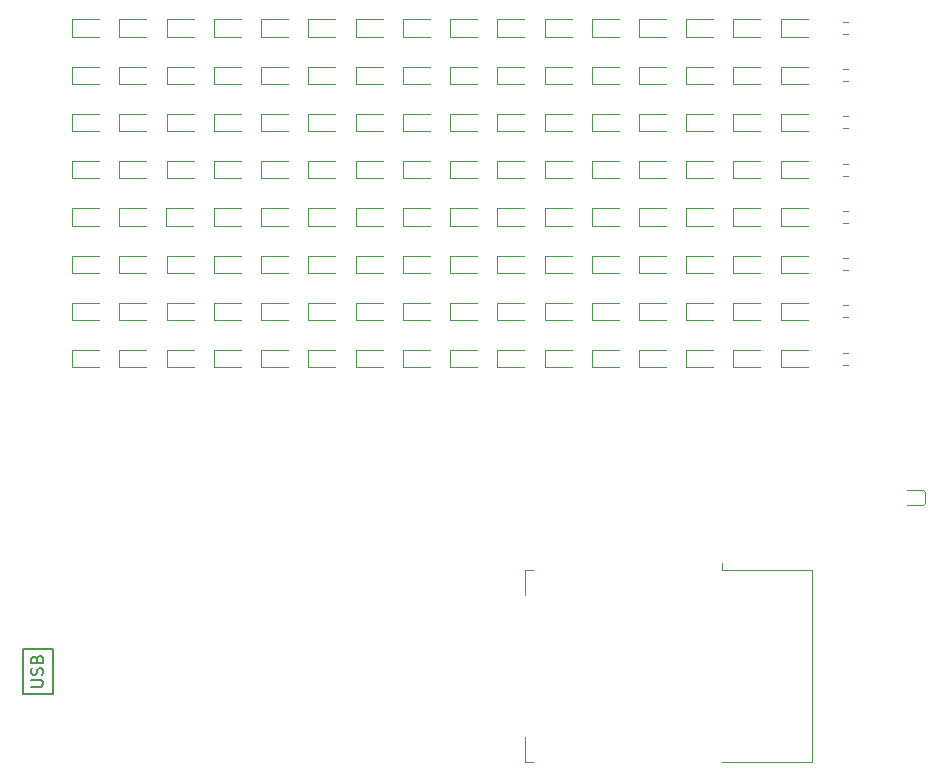
<source format=gto>
G04 #@! TF.GenerationSoftware,KiCad,Pcbnew,(5.1.6)-1*
G04 #@! TF.CreationDate,2021-05-09T16:16:57+05:30*
G04 #@! TF.ProjectId,keychain,6b657963-6861-4696-9e2e-6b696361645f,rev?*
G04 #@! TF.SameCoordinates,Original*
G04 #@! TF.FileFunction,Legend,Top*
G04 #@! TF.FilePolarity,Positive*
%FSLAX46Y46*%
G04 Gerber Fmt 4.6, Leading zero omitted, Abs format (unit mm)*
G04 Created by KiCad (PCBNEW (5.1.6)-1) date 2021-05-09 16:16:57*
%MOMM*%
%LPD*%
G01*
G04 APERTURE LIST*
%ADD10C,0.120000*%
%ADD11C,0.150000*%
G04 APERTURE END LIST*
D10*
X126520000Y-151100000D02*
X125230000Y-151100000D01*
X126730000Y-152200000D02*
X126730000Y-151300000D01*
X125230000Y-152400000D02*
X126520000Y-152400000D01*
X126520000Y-151100000D02*
X126730000Y-151300000D01*
X126520000Y-152400000D02*
X126730000Y-152200000D01*
D11*
X50400000Y-168400000D02*
X50400000Y-164700000D01*
X52900000Y-168400000D02*
X50400000Y-168400000D01*
X52900000Y-164600000D02*
X52900000Y-168400000D01*
X50400000Y-164600000D02*
X52900000Y-164600000D01*
D10*
X117120000Y-157880000D02*
X117120000Y-174120000D01*
X117120000Y-174120000D02*
X109500000Y-174120000D01*
X93500000Y-174120000D02*
X92880000Y-174120000D01*
X92880000Y-174120000D02*
X92880000Y-172000000D01*
X92880000Y-160000000D02*
X92880000Y-157880000D01*
X92880000Y-157880000D02*
X93500000Y-157880000D01*
X109500000Y-157880000D02*
X117120000Y-157880000D01*
X109500000Y-157880000D02*
X109500000Y-157270000D01*
X54515000Y-112735000D02*
X56800000Y-112735000D01*
X54515000Y-111265000D02*
X54515000Y-112735000D01*
X56800000Y-111265000D02*
X54515000Y-111265000D01*
X120171267Y-139490000D02*
X119828733Y-139490000D01*
X120171267Y-140510000D02*
X119828733Y-140510000D01*
X120171267Y-135490000D02*
X119828733Y-135490000D01*
X120171267Y-136510000D02*
X119828733Y-136510000D01*
X120171267Y-131490000D02*
X119828733Y-131490000D01*
X120171267Y-132510000D02*
X119828733Y-132510000D01*
X120171267Y-127490000D02*
X119828733Y-127490000D01*
X120171267Y-128510000D02*
X119828733Y-128510000D01*
X120171267Y-123490000D02*
X119828733Y-123490000D01*
X120171267Y-124510000D02*
X119828733Y-124510000D01*
X120171267Y-119490000D02*
X119828733Y-119490000D01*
X120171267Y-120510000D02*
X119828733Y-120510000D01*
X120171267Y-116510000D02*
X119828733Y-116510000D01*
X120171267Y-115490000D02*
X119828733Y-115490000D01*
X120171267Y-112510000D02*
X119828733Y-112510000D01*
X120171267Y-111490000D02*
X119828733Y-111490000D01*
X116800000Y-139265000D02*
X114515000Y-139265000D01*
X114515000Y-139265000D02*
X114515000Y-140735000D01*
X114515000Y-140735000D02*
X116800000Y-140735000D01*
X116800000Y-135265000D02*
X114515000Y-135265000D01*
X114515000Y-135265000D02*
X114515000Y-136735000D01*
X114515000Y-136735000D02*
X116800000Y-136735000D01*
X116800000Y-131265000D02*
X114515000Y-131265000D01*
X114515000Y-131265000D02*
X114515000Y-132735000D01*
X114515000Y-132735000D02*
X116800000Y-132735000D01*
X116800000Y-127265000D02*
X114515000Y-127265000D01*
X114515000Y-127265000D02*
X114515000Y-128735000D01*
X114515000Y-128735000D02*
X116800000Y-128735000D01*
X116800000Y-123265000D02*
X114515000Y-123265000D01*
X114515000Y-123265000D02*
X114515000Y-124735000D01*
X114515000Y-124735000D02*
X116800000Y-124735000D01*
X116800000Y-119265000D02*
X114515000Y-119265000D01*
X114515000Y-119265000D02*
X114515000Y-120735000D01*
X114515000Y-120735000D02*
X116800000Y-120735000D01*
X114515000Y-116735000D02*
X116800000Y-116735000D01*
X114515000Y-115265000D02*
X114515000Y-116735000D01*
X116800000Y-115265000D02*
X114515000Y-115265000D01*
X116800000Y-111265000D02*
X114515000Y-111265000D01*
X114515000Y-111265000D02*
X114515000Y-112735000D01*
X114515000Y-112735000D02*
X116800000Y-112735000D01*
X112800000Y-139265000D02*
X110515000Y-139265000D01*
X110515000Y-139265000D02*
X110515000Y-140735000D01*
X110515000Y-140735000D02*
X112800000Y-140735000D01*
X112800000Y-135265000D02*
X110515000Y-135265000D01*
X110515000Y-135265000D02*
X110515000Y-136735000D01*
X110515000Y-136735000D02*
X112800000Y-136735000D01*
X112800000Y-131265000D02*
X110515000Y-131265000D01*
X110515000Y-131265000D02*
X110515000Y-132735000D01*
X110515000Y-132735000D02*
X112800000Y-132735000D01*
X112800000Y-127265000D02*
X110515000Y-127265000D01*
X110515000Y-127265000D02*
X110515000Y-128735000D01*
X110515000Y-128735000D02*
X112800000Y-128735000D01*
X112800000Y-123265000D02*
X110515000Y-123265000D01*
X110515000Y-123265000D02*
X110515000Y-124735000D01*
X110515000Y-124735000D02*
X112800000Y-124735000D01*
X112800000Y-119265000D02*
X110515000Y-119265000D01*
X110515000Y-119265000D02*
X110515000Y-120735000D01*
X110515000Y-120735000D02*
X112800000Y-120735000D01*
X110515000Y-116735000D02*
X112800000Y-116735000D01*
X110515000Y-115265000D02*
X110515000Y-116735000D01*
X112800000Y-115265000D02*
X110515000Y-115265000D01*
X112800000Y-111265000D02*
X110515000Y-111265000D01*
X110515000Y-111265000D02*
X110515000Y-112735000D01*
X110515000Y-112735000D02*
X112800000Y-112735000D01*
X108800000Y-139265000D02*
X106515000Y-139265000D01*
X106515000Y-139265000D02*
X106515000Y-140735000D01*
X106515000Y-140735000D02*
X108800000Y-140735000D01*
X108800000Y-135265000D02*
X106515000Y-135265000D01*
X106515000Y-135265000D02*
X106515000Y-136735000D01*
X106515000Y-136735000D02*
X108800000Y-136735000D01*
X108800000Y-131265000D02*
X106515000Y-131265000D01*
X106515000Y-131265000D02*
X106515000Y-132735000D01*
X106515000Y-132735000D02*
X108800000Y-132735000D01*
X108800000Y-127265000D02*
X106515000Y-127265000D01*
X106515000Y-127265000D02*
X106515000Y-128735000D01*
X106515000Y-128735000D02*
X108800000Y-128735000D01*
X108800000Y-123265000D02*
X106515000Y-123265000D01*
X106515000Y-123265000D02*
X106515000Y-124735000D01*
X106515000Y-124735000D02*
X108800000Y-124735000D01*
X108800000Y-119265000D02*
X106515000Y-119265000D01*
X106515000Y-119265000D02*
X106515000Y-120735000D01*
X106515000Y-120735000D02*
X108800000Y-120735000D01*
X106515000Y-116735000D02*
X108800000Y-116735000D01*
X106515000Y-115265000D02*
X106515000Y-116735000D01*
X108800000Y-115265000D02*
X106515000Y-115265000D01*
X108800000Y-111265000D02*
X106515000Y-111265000D01*
X106515000Y-111265000D02*
X106515000Y-112735000D01*
X106515000Y-112735000D02*
X108800000Y-112735000D01*
X104800000Y-139265000D02*
X102515000Y-139265000D01*
X102515000Y-139265000D02*
X102515000Y-140735000D01*
X102515000Y-140735000D02*
X104800000Y-140735000D01*
X104800000Y-135265000D02*
X102515000Y-135265000D01*
X102515000Y-135265000D02*
X102515000Y-136735000D01*
X102515000Y-136735000D02*
X104800000Y-136735000D01*
X104800000Y-131265000D02*
X102515000Y-131265000D01*
X102515000Y-131265000D02*
X102515000Y-132735000D01*
X102515000Y-132735000D02*
X104800000Y-132735000D01*
X104800000Y-127265000D02*
X102515000Y-127265000D01*
X102515000Y-127265000D02*
X102515000Y-128735000D01*
X102515000Y-128735000D02*
X104800000Y-128735000D01*
X104800000Y-123265000D02*
X102515000Y-123265000D01*
X102515000Y-123265000D02*
X102515000Y-124735000D01*
X102515000Y-124735000D02*
X104800000Y-124735000D01*
X104800000Y-119265000D02*
X102515000Y-119265000D01*
X102515000Y-119265000D02*
X102515000Y-120735000D01*
X102515000Y-120735000D02*
X104800000Y-120735000D01*
X102515000Y-116735000D02*
X104800000Y-116735000D01*
X102515000Y-115265000D02*
X102515000Y-116735000D01*
X104800000Y-115265000D02*
X102515000Y-115265000D01*
X104784000Y-111265000D02*
X102499000Y-111265000D01*
X102499000Y-111265000D02*
X102499000Y-112735000D01*
X102499000Y-112735000D02*
X104784000Y-112735000D01*
X100800000Y-139265000D02*
X98515000Y-139265000D01*
X98515000Y-139265000D02*
X98515000Y-140735000D01*
X98515000Y-140735000D02*
X100800000Y-140735000D01*
X100800000Y-135265000D02*
X98515000Y-135265000D01*
X98515000Y-135265000D02*
X98515000Y-136735000D01*
X98515000Y-136735000D02*
X100800000Y-136735000D01*
X100800000Y-131265000D02*
X98515000Y-131265000D01*
X98515000Y-131265000D02*
X98515000Y-132735000D01*
X98515000Y-132735000D02*
X100800000Y-132735000D01*
X100800000Y-127265000D02*
X98515000Y-127265000D01*
X98515000Y-127265000D02*
X98515000Y-128735000D01*
X98515000Y-128735000D02*
X100800000Y-128735000D01*
X100800000Y-123265000D02*
X98515000Y-123265000D01*
X98515000Y-123265000D02*
X98515000Y-124735000D01*
X98515000Y-124735000D02*
X100800000Y-124735000D01*
X100800000Y-119265000D02*
X98515000Y-119265000D01*
X98515000Y-119265000D02*
X98515000Y-120735000D01*
X98515000Y-120735000D02*
X100800000Y-120735000D01*
X98515000Y-116735000D02*
X100800000Y-116735000D01*
X98515000Y-115265000D02*
X98515000Y-116735000D01*
X100800000Y-115265000D02*
X98515000Y-115265000D01*
X100800000Y-111265000D02*
X98515000Y-111265000D01*
X98515000Y-111265000D02*
X98515000Y-112735000D01*
X98515000Y-112735000D02*
X100800000Y-112735000D01*
X96800000Y-139265000D02*
X94515000Y-139265000D01*
X94515000Y-139265000D02*
X94515000Y-140735000D01*
X94515000Y-140735000D02*
X96800000Y-140735000D01*
X96800000Y-135265000D02*
X94515000Y-135265000D01*
X94515000Y-135265000D02*
X94515000Y-136735000D01*
X94515000Y-136735000D02*
X96800000Y-136735000D01*
X96800000Y-131265000D02*
X94515000Y-131265000D01*
X94515000Y-131265000D02*
X94515000Y-132735000D01*
X94515000Y-132735000D02*
X96800000Y-132735000D01*
X96800000Y-127265000D02*
X94515000Y-127265000D01*
X94515000Y-127265000D02*
X94515000Y-128735000D01*
X94515000Y-128735000D02*
X96800000Y-128735000D01*
X96800000Y-123265000D02*
X94515000Y-123265000D01*
X94515000Y-123265000D02*
X94515000Y-124735000D01*
X94515000Y-124735000D02*
X96800000Y-124735000D01*
X96800000Y-119265000D02*
X94515000Y-119265000D01*
X94515000Y-119265000D02*
X94515000Y-120735000D01*
X94515000Y-120735000D02*
X96800000Y-120735000D01*
X94515000Y-116735000D02*
X96800000Y-116735000D01*
X94515000Y-115265000D02*
X94515000Y-116735000D01*
X96800000Y-115265000D02*
X94515000Y-115265000D01*
X96800000Y-111265000D02*
X94515000Y-111265000D01*
X94515000Y-111265000D02*
X94515000Y-112735000D01*
X94515000Y-112735000D02*
X96800000Y-112735000D01*
X92800000Y-139265000D02*
X90515000Y-139265000D01*
X90515000Y-139265000D02*
X90515000Y-140735000D01*
X90515000Y-140735000D02*
X92800000Y-140735000D01*
X92800000Y-135265000D02*
X90515000Y-135265000D01*
X90515000Y-135265000D02*
X90515000Y-136735000D01*
X90515000Y-136735000D02*
X92800000Y-136735000D01*
X92800000Y-131265000D02*
X90515000Y-131265000D01*
X90515000Y-131265000D02*
X90515000Y-132735000D01*
X90515000Y-132735000D02*
X92800000Y-132735000D01*
X92800000Y-127265000D02*
X90515000Y-127265000D01*
X90515000Y-127265000D02*
X90515000Y-128735000D01*
X90515000Y-128735000D02*
X92800000Y-128735000D01*
X92800000Y-123265000D02*
X90515000Y-123265000D01*
X90515000Y-123265000D02*
X90515000Y-124735000D01*
X90515000Y-124735000D02*
X92800000Y-124735000D01*
X92800000Y-119265000D02*
X90515000Y-119265000D01*
X90515000Y-119265000D02*
X90515000Y-120735000D01*
X90515000Y-120735000D02*
X92800000Y-120735000D01*
X90515000Y-116735000D02*
X92800000Y-116735000D01*
X90515000Y-115265000D02*
X90515000Y-116735000D01*
X92800000Y-115265000D02*
X90515000Y-115265000D01*
X92800000Y-111265000D02*
X90515000Y-111265000D01*
X90515000Y-111265000D02*
X90515000Y-112735000D01*
X90515000Y-112735000D02*
X92800000Y-112735000D01*
X88800000Y-139265000D02*
X86515000Y-139265000D01*
X86515000Y-139265000D02*
X86515000Y-140735000D01*
X86515000Y-140735000D02*
X88800000Y-140735000D01*
X88800000Y-135265000D02*
X86515000Y-135265000D01*
X86515000Y-135265000D02*
X86515000Y-136735000D01*
X86515000Y-136735000D02*
X88800000Y-136735000D01*
X88800000Y-131265000D02*
X86515000Y-131265000D01*
X86515000Y-131265000D02*
X86515000Y-132735000D01*
X86515000Y-132735000D02*
X88800000Y-132735000D01*
X88800000Y-127265000D02*
X86515000Y-127265000D01*
X86515000Y-127265000D02*
X86515000Y-128735000D01*
X86515000Y-128735000D02*
X88800000Y-128735000D01*
X88800000Y-123265000D02*
X86515000Y-123265000D01*
X86515000Y-123265000D02*
X86515000Y-124735000D01*
X86515000Y-124735000D02*
X88800000Y-124735000D01*
X88800000Y-119265000D02*
X86515000Y-119265000D01*
X86515000Y-119265000D02*
X86515000Y-120735000D01*
X86515000Y-120735000D02*
X88800000Y-120735000D01*
X86515000Y-116735000D02*
X88800000Y-116735000D01*
X86515000Y-115265000D02*
X86515000Y-116735000D01*
X88800000Y-115265000D02*
X86515000Y-115265000D01*
X88800000Y-111265000D02*
X86515000Y-111265000D01*
X86515000Y-111265000D02*
X86515000Y-112735000D01*
X86515000Y-112735000D02*
X88800000Y-112735000D01*
X84800000Y-139265000D02*
X82515000Y-139265000D01*
X82515000Y-139265000D02*
X82515000Y-140735000D01*
X82515000Y-140735000D02*
X84800000Y-140735000D01*
X84800000Y-135265000D02*
X82515000Y-135265000D01*
X82515000Y-135265000D02*
X82515000Y-136735000D01*
X82515000Y-136735000D02*
X84800000Y-136735000D01*
X84800000Y-131265000D02*
X82515000Y-131265000D01*
X82515000Y-131265000D02*
X82515000Y-132735000D01*
X82515000Y-132735000D02*
X84800000Y-132735000D01*
X84800000Y-127265000D02*
X82515000Y-127265000D01*
X82515000Y-127265000D02*
X82515000Y-128735000D01*
X82515000Y-128735000D02*
X84800000Y-128735000D01*
X84800000Y-123265000D02*
X82515000Y-123265000D01*
X82515000Y-123265000D02*
X82515000Y-124735000D01*
X82515000Y-124735000D02*
X84800000Y-124735000D01*
X84800000Y-119265000D02*
X82515000Y-119265000D01*
X82515000Y-119265000D02*
X82515000Y-120735000D01*
X82515000Y-120735000D02*
X84800000Y-120735000D01*
X82515000Y-116735000D02*
X84800000Y-116735000D01*
X82515000Y-115265000D02*
X82515000Y-116735000D01*
X84800000Y-115265000D02*
X82515000Y-115265000D01*
X84800000Y-111265000D02*
X82515000Y-111265000D01*
X82515000Y-111265000D02*
X82515000Y-112735000D01*
X82515000Y-112735000D02*
X84800000Y-112735000D01*
X80800000Y-139265000D02*
X78515000Y-139265000D01*
X78515000Y-139265000D02*
X78515000Y-140735000D01*
X78515000Y-140735000D02*
X80800000Y-140735000D01*
X80800000Y-135265000D02*
X78515000Y-135265000D01*
X78515000Y-135265000D02*
X78515000Y-136735000D01*
X78515000Y-136735000D02*
X80800000Y-136735000D01*
X80800000Y-131265000D02*
X78515000Y-131265000D01*
X78515000Y-131265000D02*
X78515000Y-132735000D01*
X78515000Y-132735000D02*
X80800000Y-132735000D01*
X80800000Y-127265000D02*
X78515000Y-127265000D01*
X78515000Y-127265000D02*
X78515000Y-128735000D01*
X78515000Y-128735000D02*
X80800000Y-128735000D01*
X80800000Y-123265000D02*
X78515000Y-123265000D01*
X78515000Y-123265000D02*
X78515000Y-124735000D01*
X78515000Y-124735000D02*
X80800000Y-124735000D01*
X80800000Y-119265000D02*
X78515000Y-119265000D01*
X78515000Y-119265000D02*
X78515000Y-120735000D01*
X78515000Y-120735000D02*
X80800000Y-120735000D01*
X78515000Y-116735000D02*
X80800000Y-116735000D01*
X78515000Y-115265000D02*
X78515000Y-116735000D01*
X80800000Y-115265000D02*
X78515000Y-115265000D01*
X80800000Y-111265000D02*
X78515000Y-111265000D01*
X78515000Y-111265000D02*
X78515000Y-112735000D01*
X78515000Y-112735000D02*
X80800000Y-112735000D01*
X76800000Y-139265000D02*
X74515000Y-139265000D01*
X74515000Y-139265000D02*
X74515000Y-140735000D01*
X74515000Y-140735000D02*
X76800000Y-140735000D01*
X76800000Y-135265000D02*
X74515000Y-135265000D01*
X74515000Y-135265000D02*
X74515000Y-136735000D01*
X74515000Y-136735000D02*
X76800000Y-136735000D01*
X76800000Y-131265000D02*
X74515000Y-131265000D01*
X74515000Y-131265000D02*
X74515000Y-132735000D01*
X74515000Y-132735000D02*
X76800000Y-132735000D01*
X76800000Y-127265000D02*
X74515000Y-127265000D01*
X74515000Y-127265000D02*
X74515000Y-128735000D01*
X74515000Y-128735000D02*
X76800000Y-128735000D01*
X76800000Y-123265000D02*
X74515000Y-123265000D01*
X74515000Y-123265000D02*
X74515000Y-124735000D01*
X74515000Y-124735000D02*
X76800000Y-124735000D01*
X76800000Y-119265000D02*
X74515000Y-119265000D01*
X74515000Y-119265000D02*
X74515000Y-120735000D01*
X74515000Y-120735000D02*
X76800000Y-120735000D01*
X76800000Y-115265000D02*
X74515000Y-115265000D01*
X74515000Y-115265000D02*
X74515000Y-116735000D01*
X74515000Y-116735000D02*
X76800000Y-116735000D01*
X76800000Y-111265000D02*
X74515000Y-111265000D01*
X74515000Y-111265000D02*
X74515000Y-112735000D01*
X74515000Y-112735000D02*
X76800000Y-112735000D01*
X72800000Y-139265000D02*
X70515000Y-139265000D01*
X70515000Y-139265000D02*
X70515000Y-140735000D01*
X70515000Y-140735000D02*
X72800000Y-140735000D01*
X72800000Y-135265000D02*
X70515000Y-135265000D01*
X70515000Y-135265000D02*
X70515000Y-136735000D01*
X70515000Y-136735000D02*
X72800000Y-136735000D01*
X72800000Y-131265000D02*
X70515000Y-131265000D01*
X70515000Y-131265000D02*
X70515000Y-132735000D01*
X70515000Y-132735000D02*
X72800000Y-132735000D01*
X72800000Y-127265000D02*
X70515000Y-127265000D01*
X70515000Y-127265000D02*
X70515000Y-128735000D01*
X70515000Y-128735000D02*
X72800000Y-128735000D01*
X72800000Y-123265000D02*
X70515000Y-123265000D01*
X70515000Y-123265000D02*
X70515000Y-124735000D01*
X70515000Y-124735000D02*
X72800000Y-124735000D01*
X70515000Y-120735000D02*
X72800000Y-120735000D01*
X70515000Y-119265000D02*
X70515000Y-120735000D01*
X72800000Y-119265000D02*
X70515000Y-119265000D01*
X72800000Y-115265000D02*
X70515000Y-115265000D01*
X70515000Y-115265000D02*
X70515000Y-116735000D01*
X70515000Y-116735000D02*
X72800000Y-116735000D01*
X72800000Y-111265000D02*
X70515000Y-111265000D01*
X70515000Y-111265000D02*
X70515000Y-112735000D01*
X70515000Y-112735000D02*
X72800000Y-112735000D01*
X68800000Y-139265000D02*
X66515000Y-139265000D01*
X66515000Y-139265000D02*
X66515000Y-140735000D01*
X66515000Y-140735000D02*
X68800000Y-140735000D01*
X68800000Y-135265000D02*
X66515000Y-135265000D01*
X66515000Y-135265000D02*
X66515000Y-136735000D01*
X66515000Y-136735000D02*
X68800000Y-136735000D01*
X68800000Y-131265000D02*
X66515000Y-131265000D01*
X66515000Y-131265000D02*
X66515000Y-132735000D01*
X66515000Y-132735000D02*
X68800000Y-132735000D01*
X68800000Y-127265000D02*
X66515000Y-127265000D01*
X66515000Y-127265000D02*
X66515000Y-128735000D01*
X66515000Y-128735000D02*
X68800000Y-128735000D01*
X68800000Y-123265000D02*
X66515000Y-123265000D01*
X66515000Y-123265000D02*
X66515000Y-124735000D01*
X66515000Y-124735000D02*
X68800000Y-124735000D01*
X66515000Y-120735000D02*
X68800000Y-120735000D01*
X66515000Y-119265000D02*
X66515000Y-120735000D01*
X68800000Y-119265000D02*
X66515000Y-119265000D01*
X68800000Y-115265000D02*
X66515000Y-115265000D01*
X66515000Y-115265000D02*
X66515000Y-116735000D01*
X66515000Y-116735000D02*
X68800000Y-116735000D01*
X68800000Y-111265000D02*
X66515000Y-111265000D01*
X66515000Y-111265000D02*
X66515000Y-112735000D01*
X66515000Y-112735000D02*
X68800000Y-112735000D01*
X64800000Y-139265000D02*
X62515000Y-139265000D01*
X62515000Y-139265000D02*
X62515000Y-140735000D01*
X62515000Y-140735000D02*
X64800000Y-140735000D01*
X64800000Y-135265000D02*
X62515000Y-135265000D01*
X62515000Y-135265000D02*
X62515000Y-136735000D01*
X62515000Y-136735000D02*
X64800000Y-136735000D01*
X64800000Y-131265000D02*
X62515000Y-131265000D01*
X62515000Y-131265000D02*
X62515000Y-132735000D01*
X62515000Y-132735000D02*
X64800000Y-132735000D01*
X64784000Y-127265000D02*
X62499000Y-127265000D01*
X62499000Y-127265000D02*
X62499000Y-128735000D01*
X62499000Y-128735000D02*
X64784000Y-128735000D01*
X64800000Y-123265000D02*
X62515000Y-123265000D01*
X62515000Y-123265000D02*
X62515000Y-124735000D01*
X62515000Y-124735000D02*
X64800000Y-124735000D01*
X64800000Y-119265000D02*
X62515000Y-119265000D01*
X62515000Y-119265000D02*
X62515000Y-120735000D01*
X62515000Y-120735000D02*
X64800000Y-120735000D01*
X64800000Y-115265000D02*
X62515000Y-115265000D01*
X62515000Y-115265000D02*
X62515000Y-116735000D01*
X62515000Y-116735000D02*
X64800000Y-116735000D01*
X64800000Y-111265000D02*
X62515000Y-111265000D01*
X62515000Y-111265000D02*
X62515000Y-112735000D01*
X62515000Y-112735000D02*
X64800000Y-112735000D01*
X60800000Y-139265000D02*
X58515000Y-139265000D01*
X58515000Y-139265000D02*
X58515000Y-140735000D01*
X58515000Y-140735000D02*
X60800000Y-140735000D01*
X60800000Y-135265000D02*
X58515000Y-135265000D01*
X58515000Y-135265000D02*
X58515000Y-136735000D01*
X58515000Y-136735000D02*
X60800000Y-136735000D01*
X60800000Y-131265000D02*
X58515000Y-131265000D01*
X58515000Y-131265000D02*
X58515000Y-132735000D01*
X58515000Y-132735000D02*
X60800000Y-132735000D01*
X60800000Y-127265000D02*
X58515000Y-127265000D01*
X58515000Y-127265000D02*
X58515000Y-128735000D01*
X58515000Y-128735000D02*
X60800000Y-128735000D01*
X60800000Y-123265000D02*
X58515000Y-123265000D01*
X58515000Y-123265000D02*
X58515000Y-124735000D01*
X58515000Y-124735000D02*
X60800000Y-124735000D01*
X58515000Y-120735000D02*
X60800000Y-120735000D01*
X58515000Y-119265000D02*
X58515000Y-120735000D01*
X60800000Y-119265000D02*
X58515000Y-119265000D01*
X60800000Y-115265000D02*
X58515000Y-115265000D01*
X58515000Y-115265000D02*
X58515000Y-116735000D01*
X58515000Y-116735000D02*
X60800000Y-116735000D01*
X58515000Y-112735000D02*
X60800000Y-112735000D01*
X58515000Y-111265000D02*
X58515000Y-112735000D01*
X60800000Y-111265000D02*
X58515000Y-111265000D01*
X56800000Y-139265000D02*
X54515000Y-139265000D01*
X54515000Y-139265000D02*
X54515000Y-140735000D01*
X54515000Y-140735000D02*
X56800000Y-140735000D01*
X56800000Y-135265000D02*
X54515000Y-135265000D01*
X54515000Y-135265000D02*
X54515000Y-136735000D01*
X54515000Y-136735000D02*
X56800000Y-136735000D01*
X56800000Y-131265000D02*
X54515000Y-131265000D01*
X54515000Y-131265000D02*
X54515000Y-132735000D01*
X54515000Y-132735000D02*
X56800000Y-132735000D01*
X56800000Y-127265000D02*
X54515000Y-127265000D01*
X54515000Y-127265000D02*
X54515000Y-128735000D01*
X54515000Y-128735000D02*
X56800000Y-128735000D01*
X56800000Y-123265000D02*
X54515000Y-123265000D01*
X54515000Y-123265000D02*
X54515000Y-124735000D01*
X54515000Y-124735000D02*
X56800000Y-124735000D01*
X54515000Y-120735000D02*
X56800000Y-120735000D01*
X54515000Y-119265000D02*
X54515000Y-120735000D01*
X56800000Y-119265000D02*
X54515000Y-119265000D01*
X56800000Y-115265000D02*
X54515000Y-115265000D01*
X54515000Y-115265000D02*
X54515000Y-116735000D01*
X54515000Y-116735000D02*
X56800000Y-116735000D01*
D11*
X51052380Y-167761904D02*
X51861904Y-167761904D01*
X51957142Y-167714285D01*
X52004761Y-167666666D01*
X52052380Y-167571428D01*
X52052380Y-167380952D01*
X52004761Y-167285714D01*
X51957142Y-167238095D01*
X51861904Y-167190476D01*
X51052380Y-167190476D01*
X52004761Y-166761904D02*
X52052380Y-166619047D01*
X52052380Y-166380952D01*
X52004761Y-166285714D01*
X51957142Y-166238095D01*
X51861904Y-166190476D01*
X51766666Y-166190476D01*
X51671428Y-166238095D01*
X51623809Y-166285714D01*
X51576190Y-166380952D01*
X51528571Y-166571428D01*
X51480952Y-166666666D01*
X51433333Y-166714285D01*
X51338095Y-166761904D01*
X51242857Y-166761904D01*
X51147619Y-166714285D01*
X51100000Y-166666666D01*
X51052380Y-166571428D01*
X51052380Y-166333333D01*
X51100000Y-166190476D01*
X51528571Y-165428571D02*
X51576190Y-165285714D01*
X51623809Y-165238095D01*
X51719047Y-165190476D01*
X51861904Y-165190476D01*
X51957142Y-165238095D01*
X52004761Y-165285714D01*
X52052380Y-165380952D01*
X52052380Y-165761904D01*
X51052380Y-165761904D01*
X51052380Y-165428571D01*
X51100000Y-165333333D01*
X51147619Y-165285714D01*
X51242857Y-165238095D01*
X51338095Y-165238095D01*
X51433333Y-165285714D01*
X51480952Y-165333333D01*
X51528571Y-165428571D01*
X51528571Y-165761904D01*
M02*

</source>
